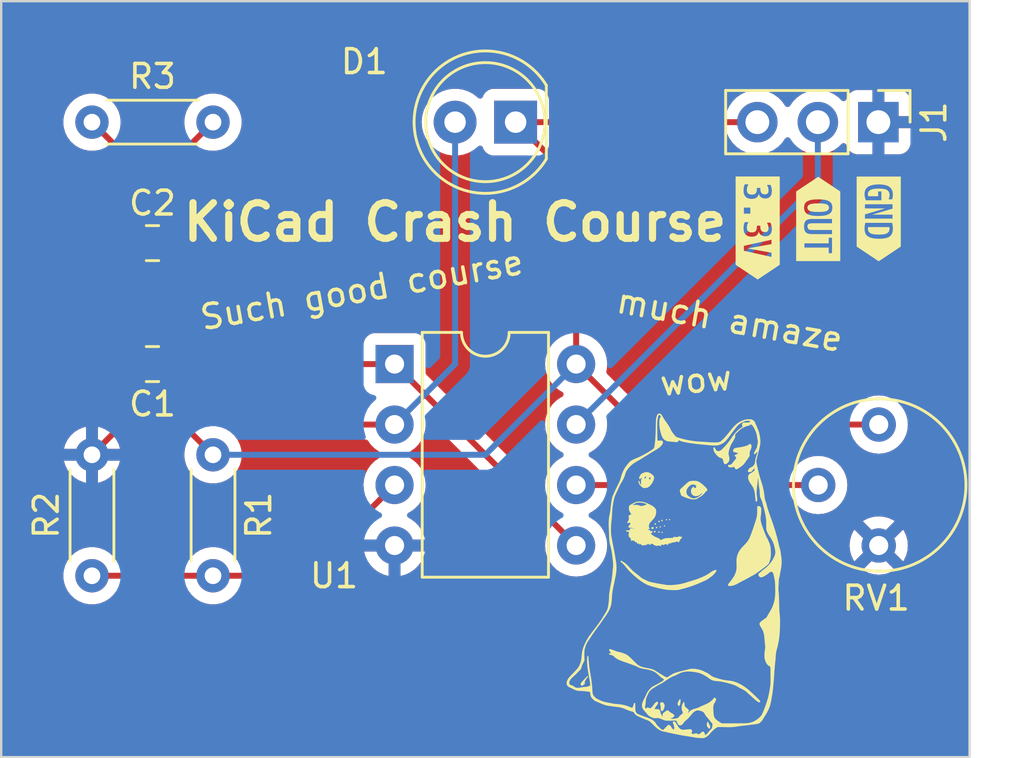
<source format=kicad_pcb>
(kicad_pcb (version 20221018) (generator pcbnew)
  (layers (0 "F.Cu" signal) (31 "B.Cu" signal) (34 "B.Paste" user) (35 "F.Paste" user) (36 "B.SilkS" user "B.Silkscreen") (37 "F.SilkS" user "F.Silkscreen") (38 "B.Mask" user) (39 "F.Mask" user) (44 "Edge.Cuts" user))
  (net 0 "")
  (net 1 "+3.3V")
  (net 2 "GND")
  (net 3 "Net-(D1-A)")
  (net 4 "Net-(U1B-+)")
  (net 5 "/Vout")
  (net 6 "Net-(U1A-+)")
  (net 7 "Net-(U1B--)")
  (footprint "LOGO" (layer "F.Cu") (at 175.895 87.63)
    (fp_text reference "G***" hide)
    (fp_text value "LOGO" hide)
  )
  (footprint "kibuzzard-653A80D4" (layer "F.Cu") (at 180.34 72.644 -90)
    (fp_text reference "kibuzzard-653A80D4" hide)
    (fp_text value "G***" hide)
  )
  (footprint "Capacitor_SMD:C_0805_2012Metric" (layer "F.Cu") (at 149.86 78.74 180)
    (fp_text reference "C1" (at 0 -1.68) (layer "F.SilkS"))
    (fp_text value "C")
    (pad "1" smd roundrect (at -0.95 0 180) (size 1 1.45) (layers "F.Cu" "F.Paste" "F.Mask") (net 1 "+3.3V"))
    (pad "2" smd roundrect (at 0.95 0 180) (size 1 1.45) (layers "F.Cu" "F.Paste" "F.Mask") (net 2 "GND"))
  )
  (footprint "Potentiometer_THT:Potentiometer_Vishay_T7-YA_Single_Vertical" (layer "F.Cu") (at 180.34 81.28 180)
    (fp_text reference "RV1" (at 0.11 -7.29) (layer "F.SilkS"))
    (fp_text value "R_Potentiometer")
    (pad "1" thru_hole circle (at 0 0 180) (size 1.44 1.44) (drill 0.8) (layers "*.Cu" "*.Mask") (net 1 "+3.3V"))
    (pad "2" thru_hole circle (at 2.54 -2.54 180) (size 1.44 1.44) (drill 0.8) (layers "*.Cu" "*.Mask") (net 7 "Net-(U1B--)"))
    (pad "3" thru_hole circle (at 0 -5.08 180) (size 1.44 1.44) (drill 0.8) (layers "*.Cu" "*.Mask") (net 2 "GND"))
  )
  (footprint "kibuzzard-653A80DD" (layer "F.Cu") (at 175.26 73.025 -90)
    (fp_text reference "kibuzzard-653A80DD" hide)
    (fp_text value "G***" hide)
  )
  (footprint "Package_DIP:DIP-8_W7.62mm" (layer "F.Cu") (at 160.02 78.74)
    (fp_text reference "U1" (at -2.54 8.89) (layer "F.SilkS"))
    (fp_text value "LMC6482")
    (pad "1" thru_hole rect (at 0 0) (size 1.6 1.6) (drill 0.8) (layers "*.Cu" "*.Mask") (net 4 "Net-(U1B-+)"))
    (pad "2" thru_hole oval (at 0 2.54) (size 1.6 1.6) (drill 0.8) (layers "*.Cu" "*.Mask") (net 3 "Net-(D1-A)"))
    (pad "3" thru_hole oval (at 0 5.08) (size 1.6 1.6) (drill 0.8) (layers "*.Cu" "*.Mask") (net 6 "Net-(U1A-+)"))
    (pad "4" thru_hole oval (at 0 7.62) (size 1.6 1.6) (drill 0.8) (layers "*.Cu" "*.Mask") (net 2 "GND"))
    (pad "5" thru_hole oval (at 7.62 7.62) (size 1.6 1.6) (drill 0.8) (layers "*.Cu" "*.Mask") (net 4 "Net-(U1B-+)"))
    (pad "6" thru_hole oval (at 7.62 5.08) (size 1.6 1.6) (drill 0.8) (layers "*.Cu" "*.Mask") (net 7 "Net-(U1B--)"))
    (pad "7" thru_hole oval (at 7.62 2.54) (size 1.6 1.6) (drill 0.8) (layers "*.Cu" "*.Mask") (net 5 "/Vout"))
    (pad "8" thru_hole oval (at 7.62 0) (size 1.6 1.6) (drill 0.8) (layers "*.Cu" "*.Mask") (net 1 "+3.3V"))
  )
  (footprint "LED_THT:LED_D5.0mm" (layer "F.Cu") (at 165.1 68.58 180)
    (fp_text reference "D1" (at 6.35 2.54) (layer "F.SilkS"))
    (fp_text value "D")
    (pad "1" thru_hole rect (at 0 0 180) (size 1.8 1.8) (drill 0.9) (layers "*.Cu" "*.Mask") (net 1 "+3.3V"))
    (pad "2" thru_hole circle (at 2.54 0 180) (size 1.8 1.8) (drill 0.9) (layers "*.Cu" "*.Mask") (net 3 "Net-(D1-A)"))
  )
  (footprint "Resistor_THT:R_Axial_DIN0204_L3.6mm_D1.6mm_P5.08mm_Horizontal" (layer "F.Cu") (at 152.4 82.55 -90)
    (fp_text reference "R1" (at 2.54 -1.92 90) (layer "F.SilkS"))
    (fp_text value "R")
    (pad "1" thru_hole circle (at 0 0 270) (size 1.4 1.4) (drill 0.7) (layers "*.Cu" "*.Mask") (net 1 "+3.3V"))
    (pad "2" thru_hole oval (at 5.08 0 270) (size 1.4 1.4) (drill 0.7) (layers "*.Cu" "*.Mask") (net 6 "Net-(U1A-+)"))
  )
  (footprint "Capacitor_SMD:C_0805_2012Metric" (layer "F.Cu") (at 149.86 73.66)
    (fp_text reference "C2" (at 0 -1.68) (layer "F.SilkS"))
    (fp_text value "C")
    (pad "1" smd roundrect (at -0.95 0) (size 1 1.45) (layers "F.Cu" "F.Paste" "F.Mask") (net 3 "Net-(D1-A)"))
    (pad "2" smd roundrect (at 0.95 0) (size 1 1.45) (layers "F.Cu" "F.Paste" "F.Mask") (net 4 "Net-(U1B-+)"))
  )
  (footprint "Resistor_THT:R_Axial_DIN0204_L3.6mm_D1.6mm_P5.08mm_Horizontal" (layer "F.Cu") (at 147.32 87.63 90)
    (fp_text reference "R2" (at 2.54 -1.92 90) (layer "F.SilkS"))
    (fp_text value "R")
    (pad "1" thru_hole circle (at 0 0 90) (size 1.4 1.4) (drill 0.7) (layers "*.Cu" "*.Mask") (net 6 "Net-(U1A-+)"))
    (pad "2" thru_hole oval (at 5.08 0 90) (size 1.4 1.4) (drill 0.7) (layers "*.Cu" "*.Mask") (net 2 "GND"))
  )
  (footprint "Connector_PinHeader_2.54mm:PinHeader_1x03_P2.54mm_Vertical" (layer "F.Cu") (at 180.325 68.58 -90)
    (fp_text reference "J1" (at 0 -2.33 90) (layer "F.SilkS"))
    (fp_text value "Conn_01x03")
    (pad "1" thru_hole rect (at 0 0 270) (size 1.7 1.7) (drill 1) (layers "*.Cu" "*.Mask") (net 2 "GND"))
    (pad "2" thru_hole oval (at 0 2.54 270) (size 1.7 1.7) (drill 1) (layers "*.Cu" "*.Mask") (net 5 "/Vout"))
    (pad "3" thru_hole oval (at 0 5.08 270) (size 1.7 1.7) (drill 1) (layers "*.Cu" "*.Mask") (net 1 "+3.3V"))
  )
  (footprint "kibuzzard-653A80F5" (layer "F.Cu") (at 177.8 72.644 -90)
    (fp_text reference "kibuzzard-653A80F5" hide)
    (fp_text value "G***" hide)
  )
  (footprint "Resistor_THT:R_Axial_DIN0204_L3.6mm_D1.6mm_P5.08mm_Horizontal" (layer "F.Cu") (at 147.32 68.58)
    (fp_text reference "R3" (at 2.54 -1.92) (layer "F.SilkS"))
    (fp_text value "R")
    (pad "1" thru_hole circle (at 0 0) (size 1.4 1.4) (drill 0.7) (layers "*.Cu" "*.Mask") (net 3 "Net-(D1-A)"))
    (pad "2" thru_hole oval (at 5.08 0) (size 1.4 1.4) (drill 0.7) (layers "*.Cu" "*.Mask") (net 4 "Net-(U1B-+)"))
  )
  (gr_rect (start 143.51 63.5) (end 184.15 95.25) (stroke (width 0.1)) (fill none) (layer "Edge.Cuts"))
  (gr_text "Such good course" (at 158.75 76.2 10) (layer "F.SilkS") (effects (font (size 1 1)) (justify bottom)))
  (gr_text "wow" (at 172.72 80.01 5) (layer "F.SilkS") (effects (font (size 1 1)) (justify bottom)))
  (gr_text "much amaze" (at 173.99 77.47 350) (layer "F.SilkS") (effects (font (size 1 1)) (justify bottom)))
  (gr_text "KiCad Crash Course" (at 162.56 73.66) (layer "F.SilkS") (effects (font (size 1.5 1.5) (thickness 0.3) bold) (justify bottom)))
  (segment (start 165.1 68.58) (end 175.245 68.58) (width 0.25) (layer "F.Cu") (net 1))
  (segment (start 170.18 81.28) (end 167.64 78.74) (width 0.25) (layer "F.Cu") (net 1))
  (segment (start 180.34 81.28) (end 170.18 81.28) (width 0.25) (layer "F.Cu") (net 1))
  (segment (start 150.81 80.96) (end 152.4 82.55) (width 0.25) (layer "F.Cu") (net 1))
  (segment (start 167.64 71.12) (end 165.1 68.58) (width 0.25) (layer "F.Cu") (net 1))
  (segment (start 150.81 78.74) (end 150.81 80.96) (width 0.25) (layer "F.Cu") (net 1))
  (segment (start 167.64 78.74) (end 167.64 71.12) (width 0.25) (layer "F.Cu") (net 1))
  (segment (start 167.64 78.74) (end 163.83 82.55) (width 0.25) (layer "B.Cu") (net 1))
  (segment (start 163.83 82.55) (end 152.4 82.55) (width 0.25) (layer "B.Cu") (net 1))
  (segment (start 148.91 80.96) (end 148.91 78.74) (width 0.25) (layer "F.Cu") (net 2))
  (segment (start 147.32 82.55) (end 148.91 80.96) (width 0.25) (layer "F.Cu") (net 2))
  (segment (start 148.91 70.17) (end 148.91 73.66) (width 0.25) (layer "F.Cu") (net 3))
  (segment (start 156.53 81.28) (end 148.91 73.66) (width 0.25) (layer "F.Cu") (net 3))
  (segment (start 160.02 81.28) (end 156.53 81.28) (width 0.25) (layer "F.Cu") (net 3))
  (segment (start 147.32 68.58) (end 148.91 70.17) (width 0.25) (layer "F.Cu") (net 3))
  (segment (start 160.02 81.28) (end 162.56 78.74) (width 0.25) (layer "B.Cu") (net 3))
  (segment (start 162.56 78.74) (end 162.56 68.58) (width 0.25) (layer "B.Cu") (net 3))
  (segment (start 160.02 78.74) (end 167.64 86.36) (width 0.25) (layer "F.Cu") (net 4))
  (segment (start 150.81 70.17) (end 150.81 73.66) (width 0.25) (layer "F.Cu") (net 4))
  (segment (start 150.81 73.66) (end 155.89 78.74) (width 0.25) (layer "F.Cu") (net 4))
  (segment (start 155.89 78.74) (end 160.02 78.74) (width 0.25) (layer "F.Cu") (net 4))
  (segment (start 152.4 68.58) (end 150.81 70.17) (width 0.25) (layer "F.Cu") (net 4))
  (segment (start 177.785 71.135) (end 177.785 68.58) (width 0.25) (layer "B.Cu") (net 5))
  (segment (start 167.64 81.28) (end 177.785 71.135) (width 0.25) (layer "B.Cu") (net 5))
  (segment (start 156.21 87.63) (end 160.02 83.82) (width 0.25) (layer "F.Cu") (net 6))
  (segment (start 147.32 87.63) (end 152.4 87.63) (width 0.25) (layer "F.Cu") (net 6))
  (segment (start 152.4 87.63) (end 156.21 87.63) (width 0.25) (layer "F.Cu") (net 6))
  (segment (start 167.64 83.82) (end 177.8 83.82) (width 0.25) (layer "F.Cu") (net 7))
  (zone (net 2) (net_name "GND") (layers "F&B.Cu") (connect_pads (clearance 0.5)) (min_thickness 0.25) (fill yes (thermal_gap 0.5) (thermal_bridge_width 0.5))
    (polygon (pts (xy 143.51 63.5) (xy 184.15 63.5) (xy 184.15 95.25) (xy 143.51 95.25)))
  )
)
</source>
